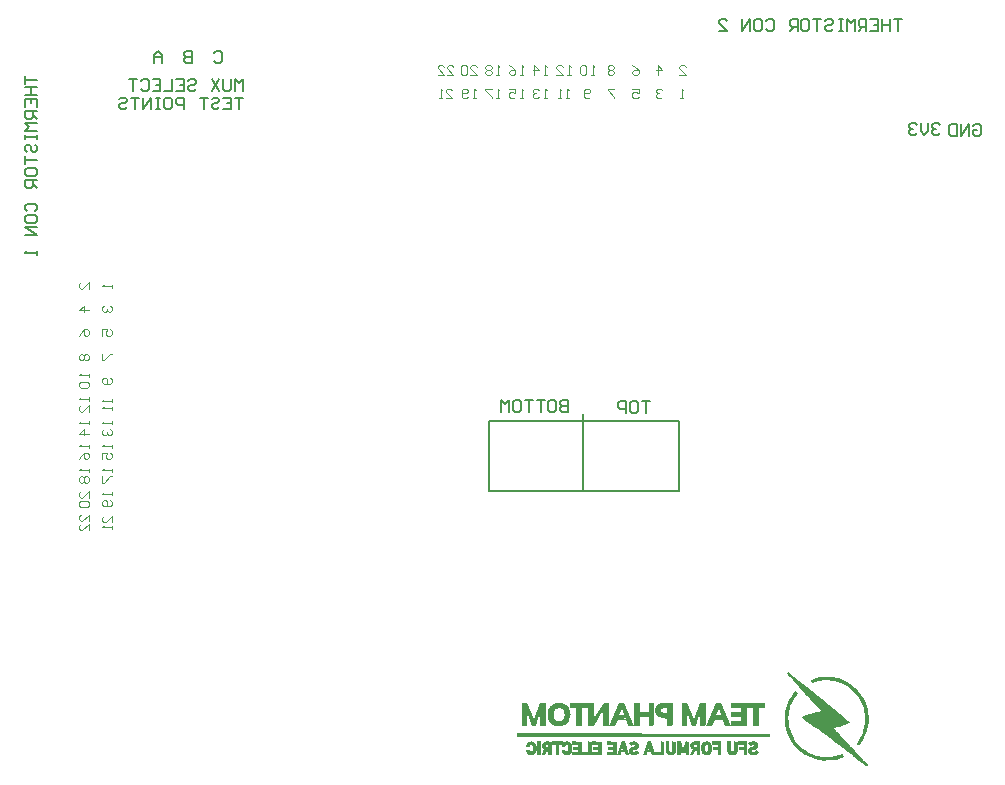
<source format=gbo>
G04*
G04 #@! TF.GenerationSoftware,Altium Limited,Altium Designer,18.1.11 (251)*
G04*
G04 Layer_Color=32896*
%FSLAX25Y25*%
%MOIN*%
G70*
G01*
G75*
%ADD13C,0.00787*%
%ADD14C,0.00591*%
%ADD64C,0.00492*%
G36*
X280607Y87291D02*
X279965Y86970D01*
X278682D01*
Y89944D01*
X275854D01*
Y86970D01*
X273929D01*
Y94581D01*
X275854D01*
Y91665D01*
X278682D01*
Y94581D01*
X280607D01*
Y87291D01*
D02*
G37*
G36*
X265443Y86970D02*
X263548D01*
Y92161D01*
X260370Y86970D01*
X258533D01*
Y94581D01*
X260457D01*
Y89507D01*
X263665Y94581D01*
X265443D01*
Y86970D01*
D02*
G37*
G36*
X297782Y87291D02*
X297140Y86970D01*
X295945D01*
Y91811D01*
X294545Y86970D01*
X293000D01*
X291629Y91811D01*
Y86970D01*
X289792D01*
Y94581D01*
X291600D01*
X293758Y89303D01*
X295886Y94581D01*
X297782D01*
Y87291D01*
D02*
G37*
G36*
X244419Y86970D02*
X242611D01*
Y91811D01*
X241182Y86970D01*
X239666D01*
X238266Y91811D01*
Y86970D01*
X236458D01*
Y94581D01*
X238296D01*
X240395Y89303D01*
X242582Y94581D01*
X244419D01*
Y86970D01*
D02*
G37*
G36*
X317552Y92831D02*
X315540D01*
Y86970D01*
X313616D01*
Y92831D01*
X311575D01*
Y94289D01*
Y94581D01*
X317552D01*
Y92831D01*
D02*
G37*
G36*
X311487Y86970D02*
X306034D01*
X306005Y87042D01*
Y88691D01*
X309592D01*
Y89915D01*
X306209D01*
Y91665D01*
X309563D01*
Y92831D01*
X306063D01*
Y94289D01*
Y94581D01*
X311487D01*
Y86970D01*
D02*
G37*
G36*
X306005Y87042D02*
Y86970D01*
X304168D01*
X302068Y92627D01*
X301310Y90586D01*
X302623D01*
X303147Y88866D01*
X300727D01*
X299940Y86970D01*
X297986D01*
X301135Y94581D01*
X302943D01*
X306005Y87042D01*
D02*
G37*
G36*
X286730Y87291D02*
X286089Y86970D01*
X284806D01*
Y92802D01*
X283377D01*
X283202Y92773D01*
X283056Y92744D01*
X282998Y92715D01*
X282969Y92686D01*
X282881Y92569D01*
X282852Y92423D01*
X282823Y92307D01*
Y92277D01*
Y92248D01*
X282852Y92102D01*
X282881Y91957D01*
X282998Y91752D01*
X283144Y91607D01*
X283173Y91548D01*
X283202D01*
X283348Y91461D01*
X283581Y91373D01*
X284018Y91228D01*
X284252Y91169D01*
X284427Y91140D01*
X284543Y91111D01*
X284602D01*
X284368Y89361D01*
X283698Y89478D01*
X283144Y89624D01*
X282677Y89799D01*
X282298Y89944D01*
X282006Y90119D01*
X281802Y90236D01*
X281686Y90324D01*
X281657Y90353D01*
X281365Y90644D01*
X281161Y90965D01*
X281015Y91286D01*
X280927Y91578D01*
X280840Y91869D01*
X280811Y92073D01*
Y92219D01*
Y92277D01*
X280840Y92656D01*
X280898Y93006D01*
X281015Y93298D01*
X281132Y93531D01*
X281248Y93735D01*
X281365Y93852D01*
X281423Y93939D01*
X281452Y93969D01*
X281715Y94173D01*
X282006Y94318D01*
X282327Y94435D01*
X282619Y94494D01*
X282881Y94552D01*
X283085Y94581D01*
X286730D01*
Y87291D01*
D02*
G37*
G36*
X273725Y86970D02*
X271917Y87116D01*
X271771Y87204D01*
X269730Y92627D01*
X268943Y90586D01*
X270284D01*
X270809Y88866D01*
X268389D01*
X267572Y86970D01*
X265648Y86970D01*
X268797Y94581D01*
X270634D01*
X273725Y86970D01*
D02*
G37*
G36*
X258445Y92831D02*
X256433D01*
Y86970D01*
X254508D01*
Y92831D01*
X252497D01*
Y94289D01*
Y94581D01*
X258445D01*
Y92831D01*
D02*
G37*
G36*
X249493Y94610D02*
X250076Y94494D01*
X250572Y94318D01*
X250980Y94144D01*
X251301Y93939D01*
X251534Y93794D01*
X251651Y93677D01*
X251709Y93619D01*
X252030Y93210D01*
X252263Y92744D01*
X252438Y92277D01*
X252555Y91811D01*
X252613Y91403D01*
X252642Y91082D01*
X252671Y90936D01*
Y90848D01*
Y90790D01*
Y90761D01*
X252351Y90732D01*
X252380Y90061D01*
X252322Y89507D01*
X252205Y89011D01*
X252059Y88603D01*
X251884Y88282D01*
X251738Y88049D01*
X251622Y87932D01*
X251592Y87874D01*
X251184Y87553D01*
X250747Y87320D01*
X250280Y87145D01*
X249843Y87028D01*
X249435Y86970D01*
X249114Y86941D01*
X248997Y86912D01*
X248822D01*
X248152Y86941D01*
X247568Y87058D01*
X247102Y87204D01*
X246694Y87408D01*
X246402Y87583D01*
X246169Y87728D01*
X246023Y87845D01*
X245994Y87874D01*
X245673Y88282D01*
X245440Y88749D01*
X245265Y89215D01*
X245148Y89682D01*
X245090Y90119D01*
X245031Y90440D01*
Y90586D01*
Y90674D01*
Y90732D01*
Y90761D01*
X245061Y91432D01*
X245177Y91986D01*
X245323Y92481D01*
X245498Y92890D01*
X245702Y93210D01*
X245848Y93444D01*
X245965Y93560D01*
X245994Y93619D01*
X246373Y93969D01*
X246839Y94202D01*
X247306Y94377D01*
X247743Y94523D01*
X248181Y94581D01*
X248501Y94610D01*
X248647Y94639D01*
X248822D01*
X249493Y94610D01*
D02*
G37*
G36*
X326184Y104175D02*
X327234Y103417D01*
X327700Y103037D01*
X328167Y102688D01*
X328575Y102367D01*
X328983Y102075D01*
X329333Y101784D01*
X329654Y101521D01*
X329945Y101317D01*
X330179Y101113D01*
X330354Y100967D01*
X330500Y100850D01*
X330587Y100792D01*
X330616Y100763D01*
X331549Y100005D01*
X332453Y99247D01*
X333299Y98576D01*
X333707Y98255D01*
X334086Y97934D01*
X334407Y97672D01*
X334728Y97409D01*
X334990Y97205D01*
X335223Y97001D01*
X335398Y96855D01*
X335544Y96739D01*
X335632Y96680D01*
X335661Y96651D01*
X336594Y95893D01*
X337498Y95135D01*
X338344Y94435D01*
X338752Y94114D01*
X339131Y93823D01*
X339452Y93531D01*
X339772Y93298D01*
X340035Y93065D01*
X340268Y92890D01*
X340443Y92744D01*
X340589Y92627D01*
X340676Y92569D01*
X340705Y92540D01*
X341668Y91752D01*
X342572Y90965D01*
X343476Y90236D01*
X343855Y89857D01*
X344263Y89536D01*
X344613Y89215D01*
X344934Y88924D01*
X345196Y88691D01*
X345429Y88457D01*
X345634Y88282D01*
X345779Y88166D01*
X345867Y88078D01*
X345896Y88049D01*
X345313Y87816D01*
X344759Y87612D01*
X344263Y87437D01*
X343826Y87262D01*
X343505Y87145D01*
X343242Y87058D01*
X343067Y86999D01*
X343009Y86970D01*
X342076Y86708D01*
X341639Y86591D01*
X341230Y86504D01*
X340910Y86416D01*
X340647Y86387D01*
X340472Y86329D01*
X340414D01*
X340064Y86387D01*
X340326Y86212D01*
X340560Y86037D01*
X340764Y85891D01*
X340939Y85746D01*
X341085Y85629D01*
X341172Y85541D01*
X341230Y85483D01*
X341260Y85454D01*
X341580Y85104D01*
X341843Y84812D01*
X341959Y84696D01*
X342047Y84608D01*
X342076Y84550D01*
X342105Y84521D01*
X342543Y84054D01*
X342922Y83646D01*
X343301Y83238D01*
X343592Y82888D01*
X343855Y82596D01*
X344059Y82363D01*
X344176Y82217D01*
X344234Y82159D01*
X345109Y81255D01*
X345517Y80818D01*
X345896Y80438D01*
X346217Y80089D01*
X346450Y79855D01*
X346596Y79680D01*
X346625Y79651D01*
X346654Y79622D01*
X347121Y79155D01*
X347529Y78689D01*
X347937Y78251D01*
X348287Y77902D01*
X348579Y77581D01*
X348812Y77318D01*
X348958Y77172D01*
X349016Y77114D01*
X349453Y76648D01*
X349862Y76210D01*
X350241Y75773D01*
X350591Y75423D01*
X350882Y75131D01*
X351086Y74898D01*
X351232Y74752D01*
X351290Y74694D01*
X351436Y74577D01*
X351582Y74461D01*
X351670Y74373D01*
X351728Y74344D01*
X351786Y74256D01*
X351845Y74169D01*
X351874Y73936D01*
X351845Y73761D01*
Y73732D01*
Y73702D01*
X351757Y73615D01*
X351670Y73557D01*
X351582Y73527D01*
X351495D01*
X351349Y73586D01*
X351290Y73615D01*
X351057Y73761D01*
X350882Y73848D01*
X350795Y73906D01*
X350766Y73936D01*
X349833Y74635D01*
X348987Y75306D01*
X348200Y75919D01*
X347850Y76210D01*
X347529Y76502D01*
X347237Y76735D01*
X346975Y76968D01*
X346771Y77143D01*
X346567Y77318D01*
X346421Y77464D01*
X346304Y77552D01*
X346246Y77610D01*
X346217Y77639D01*
X345284Y78339D01*
X344380Y79039D01*
X343505Y79680D01*
X343126Y79972D01*
X342747Y80234D01*
X342426Y80497D01*
X342105Y80730D01*
X341843Y80934D01*
X341609Y81109D01*
X341435Y81255D01*
X341289Y81342D01*
X341201Y81401D01*
X341172Y81430D01*
X340239Y82159D01*
X339306Y82829D01*
X338460Y83471D01*
X338052Y83792D01*
X337702Y84054D01*
X337352Y84317D01*
X337060Y84550D01*
X336798Y84754D01*
X336565Y84929D01*
X336361Y85075D01*
X336244Y85162D01*
X336157Y85221D01*
X336127Y85250D01*
X335019Y85979D01*
X333969Y86679D01*
X333503Y86999D01*
X333036Y87320D01*
X332599Y87612D01*
X332220Y87903D01*
X331870Y88137D01*
X331549Y88370D01*
X331258Y88574D01*
X331024Y88749D01*
X330849Y88895D01*
X330704Y88982D01*
X330616Y89041D01*
X330587Y89070D01*
X330441Y89186D01*
X330325Y89274D01*
X330266Y89332D01*
X330237Y89361D01*
X330150Y89449D01*
X330062Y89536D01*
X329858Y89799D01*
X329770Y89915D01*
X329683Y90032D01*
X329654Y90090D01*
X329625Y90119D01*
X330354Y90353D01*
X331024Y90557D01*
X331637Y90732D01*
X332162Y90878D01*
X332599Y90994D01*
X332803Y91053D01*
X332949Y91082D01*
X333066Y91140D01*
X333153D01*
X333211Y91169D01*
X333241D01*
X333853Y91315D01*
X334436Y91461D01*
X334961Y91607D01*
X335398Y91723D01*
X335777Y91811D01*
X336069Y91869D01*
X336186Y91898D01*
X336273Y91927D01*
X336332D01*
X335836Y92394D01*
X335340Y92890D01*
X334874Y93356D01*
X334436Y93794D01*
X334086Y94173D01*
X333794Y94494D01*
X333707Y94610D01*
X333620Y94698D01*
X333590Y94727D01*
X333561Y94756D01*
X333007Y95368D01*
X332511Y95922D01*
X332016Y96476D01*
X331578Y96943D01*
X331228Y97351D01*
X330937Y97672D01*
X330849Y97789D01*
X330762Y97876D01*
X330733Y97905D01*
X330704Y97934D01*
X330179Y98518D01*
X329683Y99101D01*
X329187Y99626D01*
X328779Y100092D01*
X328429Y100501D01*
X328137Y100821D01*
X328050Y100938D01*
X327963Y101025D01*
X327933Y101055D01*
X327904Y101084D01*
X327379Y101696D01*
X326854Y102279D01*
X326359Y102833D01*
X325921Y103329D01*
X325542Y103737D01*
X325251Y104058D01*
X325134Y104175D01*
X325046Y104262D01*
X325017Y104320D01*
X324988Y104350D01*
Y104495D01*
X325017Y104583D01*
X325046Y104612D01*
X325076Y104700D01*
Y104816D01*
Y104904D01*
Y104962D01*
X326184Y104175D01*
D02*
G37*
G36*
X318660Y84433D02*
X319127Y84288D01*
Y83384D01*
X234942Y83384D01*
Y84579D01*
X318660Y84433D01*
D02*
G37*
G36*
X251767Y81809D02*
X251884Y81780D01*
X251942D01*
X252117Y81721D01*
X252234Y81663D01*
X252351Y81605D01*
X252380Y81576D01*
X252497Y81488D01*
X252613Y81401D01*
X252701Y81313D01*
X252730Y81284D01*
X252817Y81167D01*
X252905Y81080D01*
X252934Y81022D01*
X252963Y80992D01*
X253021Y80817D01*
X253050Y80759D01*
Y80730D01*
X253080Y80584D01*
X253109Y80555D01*
Y80526D01*
X253138Y80409D01*
Y80263D01*
Y80176D01*
Y80118D01*
Y79943D01*
Y79768D01*
Y79622D01*
Y79593D01*
Y79564D01*
Y79301D01*
Y79097D01*
Y78980D01*
Y78922D01*
Y78776D01*
X253109Y78660D01*
Y78601D01*
Y78572D01*
X253080Y78456D01*
Y78426D01*
Y78397D01*
X253050Y78339D01*
Y78310D01*
Y78281D01*
X253021Y78251D01*
Y78222D01*
X252992Y78164D01*
Y78135D01*
Y78106D01*
X252876Y77960D01*
X252788Y77872D01*
X252730Y77814D01*
X252701Y77785D01*
X252613Y77697D01*
X252497Y77610D01*
X252409Y77522D01*
X252380Y77493D01*
X252234Y77406D01*
X252088Y77347D01*
X251972Y77289D01*
X251942D01*
X251767Y77260D01*
X251592Y77231D01*
X251417D01*
X251213Y77260D01*
X251039Y77289D01*
X250922Y77318D01*
X250864D01*
X250659Y77406D01*
X250484Y77493D01*
X250368Y77552D01*
X250309Y77581D01*
X250164Y77697D01*
X250018Y77843D01*
X249959Y77960D01*
X249930Y77989D01*
X249843Y78222D01*
X249755Y78456D01*
X249726Y78630D01*
X249697Y78660D01*
Y78689D01*
Y78980D01*
X250864D01*
X250980Y78747D01*
X251068Y78601D01*
X251126Y78543D01*
X251155Y78514D01*
X251243Y78456D01*
X251330Y78426D01*
X251534D01*
X251563Y78456D01*
X251592Y78485D01*
X251651Y78514D01*
X251709D01*
X251738Y78543D01*
X251797Y78601D01*
X251826Y78630D01*
Y78660D01*
X251855Y78689D01*
Y78747D01*
X251884Y78776D01*
X251913Y78980D01*
Y79039D01*
Y79068D01*
Y79243D01*
Y79389D01*
Y79505D01*
Y79564D01*
Y79738D01*
Y79884D01*
Y79972D01*
Y80001D01*
Y80118D01*
X251884Y80205D01*
Y80234D01*
X251855Y80351D01*
Y80380D01*
X251826Y80438D01*
X251767Y80497D01*
X251738Y80526D01*
X251651Y80584D01*
X251622Y80613D01*
X251563D01*
X251447Y80642D01*
X251330D01*
X251301Y80613D01*
X251213Y80584D01*
X251184D01*
X251155Y80555D01*
X251068Y80467D01*
X251039Y80438D01*
Y80409D01*
X250980Y80322D01*
X250951Y80205D01*
X250922Y80118D01*
Y80059D01*
X249697D01*
X249726Y80293D01*
X249755Y80497D01*
X249814Y80642D01*
X249833Y80721D01*
X248968Y80801D01*
Y77260D01*
X247714D01*
Y80701D01*
X246635D01*
Y81809D01*
X250047D01*
Y81211D01*
X249989Y81138D01*
X249901Y80963D01*
X249872Y80905D01*
Y80847D01*
X249843Y80759D01*
X249833Y80721D01*
X250047Y80701D01*
Y81211D01*
X250105Y81284D01*
X250193Y81371D01*
X250222Y81401D01*
X250426Y81576D01*
X250601Y81663D01*
X250747Y81721D01*
X250776Y81751D01*
X250805D01*
X251009Y81809D01*
X251213Y81838D01*
X251622D01*
X251767Y81809D01*
D02*
G37*
G36*
X339277Y103358D02*
X340035Y103271D01*
X340705Y103154D01*
X341026Y103096D01*
X341289Y103037D01*
X341522Y102979D01*
X341726Y102950D01*
X341901Y102892D01*
X342018Y102862D01*
X342076Y102833D01*
X342105D01*
X342893Y102571D01*
X343651Y102250D01*
X344321Y101929D01*
X344934Y101638D01*
X345196Y101492D01*
X345429Y101346D01*
X345634Y101230D01*
X345809Y101113D01*
X345954Y101025D01*
X346042Y100967D01*
X346100Y100938D01*
X346129Y100909D01*
X346829Y100355D01*
X347471Y99742D01*
X348054Y99130D01*
X348550Y98576D01*
X348958Y98051D01*
X349133Y97818D01*
X349278Y97643D01*
X349395Y97468D01*
X349483Y97351D01*
X349512Y97293D01*
X349541Y97264D01*
X350008Y96622D01*
X350387Y95981D01*
X350736Y95368D01*
X350999Y94785D01*
X351203Y94289D01*
X351290Y94056D01*
X351349Y93881D01*
X351407Y93735D01*
X351436Y93619D01*
X351466Y93560D01*
Y93531D01*
X351699Y92686D01*
X351874Y91840D01*
X351961Y91053D01*
X352049Y90353D01*
X352078Y90061D01*
Y89770D01*
X352107Y89536D01*
Y89332D01*
Y89157D01*
Y89041D01*
Y88953D01*
Y88924D01*
X352049Y88078D01*
X351932Y87291D01*
X351786Y86562D01*
X351611Y85921D01*
X351553Y85629D01*
X351466Y85396D01*
X351407Y85162D01*
X351320Y84987D01*
X351290Y84842D01*
X351232Y84725D01*
X351203Y84667D01*
Y84637D01*
X350882Y83792D01*
X350532Y83034D01*
X350153Y82363D01*
X349774Y81780D01*
X349628Y81517D01*
X349453Y81284D01*
X349308Y81109D01*
X349191Y80934D01*
X349103Y80818D01*
X349016Y80730D01*
X348987Y80672D01*
X348958Y80642D01*
X348375Y80526D01*
X347820Y81022D01*
X348345Y81721D01*
X348783Y82363D01*
X349162Y82946D01*
X349453Y83471D01*
X349687Y83908D01*
X349803Y84083D01*
X349862Y84229D01*
X349920Y84346D01*
X349978Y84433D01*
X350008Y84462D01*
Y84492D01*
X350270Y85366D01*
X350445Y86212D01*
X350620Y86970D01*
X350707Y87641D01*
X350766Y87932D01*
X350795Y88195D01*
Y88399D01*
X350824Y88603D01*
X350853Y88749D01*
Y88866D01*
Y88924D01*
Y88953D01*
Y89711D01*
X350795Y90469D01*
X350707Y91140D01*
X350620Y91752D01*
X350591Y92015D01*
X350532Y92248D01*
X350474Y92452D01*
X350445Y92627D01*
X350416Y92773D01*
X350387Y92890D01*
X350357Y92948D01*
Y92977D01*
X350095Y93735D01*
X349833Y94464D01*
X349541Y95077D01*
X349278Y95660D01*
X349045Y96097D01*
X348929Y96301D01*
X348841Y96447D01*
X348754Y96564D01*
X348725Y96651D01*
X348666Y96710D01*
Y96739D01*
X348112Y97439D01*
X347529Y98051D01*
X346975Y98576D01*
X346479Y99013D01*
X346071Y99392D01*
X345867Y99538D01*
X345721Y99655D01*
X345604Y99742D01*
X345517Y99801D01*
X345459Y99859D01*
X345429D01*
X344788Y100267D01*
X344117Y100646D01*
X343505Y100938D01*
X342922Y101200D01*
X342455Y101404D01*
X342251Y101463D01*
X342076Y101521D01*
X341930Y101579D01*
X341813Y101609D01*
X341755Y101638D01*
X341726D01*
X340968Y101842D01*
X340239Y101988D01*
X339539Y102075D01*
X338927Y102133D01*
X338635Y102163D01*
X338373Y102192D01*
X337614D01*
X336798Y102133D01*
X336011Y102046D01*
X335253Y101900D01*
X334582Y101725D01*
X334290Y101667D01*
X333999Y101579D01*
X333765Y101521D01*
X333561Y101434D01*
X333386Y101404D01*
X333270Y101346D01*
X333182Y101317D01*
X333153D01*
X332803Y102367D01*
X333707Y102688D01*
X334553Y102921D01*
X335369Y103125D01*
X336098Y103242D01*
X336390Y103271D01*
X336681Y103329D01*
X336944Y103358D01*
X337148D01*
X337323Y103387D01*
X338431D01*
X339277Y103358D01*
D02*
G37*
G36*
X291804Y81663D02*
X292300Y81517D01*
Y77260D01*
X291046D01*
Y78559D01*
X290725Y77814D01*
X289792D01*
X289500Y78491D01*
Y77260D01*
X288247D01*
Y81809D01*
X289355D01*
X290259Y79272D01*
X291192Y81809D01*
X291804Y81663D01*
D02*
G37*
G36*
X307901D02*
X308396Y81517D01*
Y78893D01*
X308367Y78630D01*
X308338Y78426D01*
X308309Y78281D01*
X308280Y78222D01*
X308163Y78018D01*
X308046Y77843D01*
X307930Y77727D01*
X307901Y77697D01*
X307696Y77522D01*
X307492Y77406D01*
X307376Y77347D01*
X307317Y77318D01*
X307084Y77260D01*
X306880Y77231D01*
X306647D01*
X306384Y77260D01*
X306180Y77289D01*
X306034Y77318D01*
X305976D01*
X305743Y77435D01*
X305568Y77552D01*
X305451Y77639D01*
X305422Y77668D01*
X305276Y77872D01*
X305159Y78047D01*
X305101Y78164D01*
X305072Y78222D01*
X304984Y78456D01*
X304955Y78689D01*
X304926Y78835D01*
Y78864D01*
Y78893D01*
Y81809D01*
X306151D01*
Y78980D01*
X306180Y78805D01*
X306209Y78747D01*
Y78718D01*
X306267Y78601D01*
X306297Y78572D01*
X306326D01*
X306413Y78485D01*
X306442Y78456D01*
X306472D01*
X306588Y78426D01*
X306734D01*
X306792Y78456D01*
X306851D01*
X306938Y78514D01*
X306967Y78572D01*
X306996D01*
X307084Y78660D01*
X307113Y78718D01*
X307142Y78805D01*
Y78893D01*
Y78951D01*
Y78980D01*
Y81809D01*
X307901Y81663D01*
D02*
G37*
G36*
X287372D02*
X287867Y81517D01*
Y78893D01*
X287838Y78630D01*
X287809Y78426D01*
X287780Y78281D01*
X287751Y78222D01*
X287634Y78018D01*
X287518Y77843D01*
X287401Y77727D01*
X287372Y77697D01*
X287168Y77522D01*
X286964Y77406D01*
X286847Y77347D01*
X286789Y77318D01*
X286555Y77260D01*
X286351Y77231D01*
X286118D01*
X285856Y77260D01*
X285651Y77289D01*
X285506Y77318D01*
X285447D01*
X285214Y77435D01*
X285039Y77552D01*
X284922Y77639D01*
X284893Y77668D01*
X284747Y77872D01*
X284602Y78047D01*
X284543Y78164D01*
X284514Y78222D01*
X284427Y78456D01*
X284398Y78689D01*
X284368Y78835D01*
Y78864D01*
Y78893D01*
Y81809D01*
X285622D01*
Y78980D01*
X285651Y78805D01*
X285681Y78747D01*
Y78718D01*
X285739Y78601D01*
X285768Y78572D01*
X285797Y78543D01*
X285885Y78485D01*
X285914Y78456D01*
X285943D01*
X286060Y78426D01*
X286205D01*
X286264Y78456D01*
X286322D01*
X286409Y78514D01*
X286439Y78572D01*
X286468D01*
X286555Y78660D01*
X286584Y78718D01*
X286614Y78805D01*
Y78893D01*
Y78951D01*
Y78980D01*
Y81809D01*
X287372Y81663D01*
D02*
G37*
G36*
X239929Y81809D02*
X240045Y81780D01*
X240104D01*
X240278Y81721D01*
X240453Y81634D01*
X240570Y81576D01*
X240628Y81546D01*
X240774Y81401D01*
X240832Y81342D01*
X240862Y81313D01*
X241037Y81109D01*
X241095Y81022D01*
X241124Y80992D01*
X241182Y80847D01*
X241212Y80788D01*
Y80759D01*
X241270Y80613D01*
Y80555D01*
Y80526D01*
X241299Y80409D01*
Y80293D01*
X241328Y80205D01*
Y80147D01*
Y79972D01*
Y79768D01*
Y79622D01*
Y79593D01*
Y79564D01*
Y79301D01*
Y79097D01*
Y78980D01*
Y78922D01*
X241299Y78747D01*
Y78660D01*
X241270Y78601D01*
Y78572D01*
X241241Y78456D01*
Y78426D01*
Y78397D01*
X241212Y78339D01*
Y78310D01*
Y78281D01*
X241182Y78251D01*
Y78222D01*
X241124Y78106D01*
X241095Y78076D01*
Y78047D01*
X240949Y77872D01*
X240891Y77814D01*
Y77785D01*
X240774Y77697D01*
X240657Y77581D01*
X240570Y77493D01*
X240541Y77464D01*
X240366Y77377D01*
X240220Y77347D01*
X240133Y77289D01*
X240104D01*
X239929Y77260D01*
X239754Y77231D01*
X239579D01*
X239345Y77260D01*
X239170Y77289D01*
X239054Y77318D01*
X238995D01*
X238820Y77406D01*
X238646Y77464D01*
X238529Y77522D01*
X238500Y77552D01*
X238354Y77697D01*
X238208Y77843D01*
X238150Y77960D01*
X238121Y77989D01*
X238004Y78222D01*
X237946Y78426D01*
X237887Y78630D01*
X237858Y78660D01*
Y78689D01*
Y78980D01*
X239054D01*
X239170Y78747D01*
X239258Y78601D01*
X239316Y78543D01*
X239345Y78514D01*
X239404Y78456D01*
X239491Y78426D01*
X239695D01*
X239754Y78456D01*
X239783Y78485D01*
X239841Y78514D01*
X239870Y78543D01*
X239929Y78601D01*
X239958Y78630D01*
X239987Y78660D01*
X240016D01*
Y78747D01*
Y78776D01*
X240045Y78980D01*
X240074Y79039D01*
Y79068D01*
Y79214D01*
Y79359D01*
Y79505D01*
Y79564D01*
Y79768D01*
Y79914D01*
Y80001D01*
Y80030D01*
X240045Y80205D01*
X240016Y80263D01*
Y80293D01*
Y80351D01*
Y80380D01*
X239987Y80409D01*
X239958Y80438D01*
X239899Y80497D01*
X239870Y80526D01*
X239812Y80584D01*
X239783Y80613D01*
X239724D01*
X239637Y80642D01*
X239520D01*
X239491Y80613D01*
X239462D01*
X239316Y80584D01*
X239287Y80555D01*
X239229Y80467D01*
X239199Y80438D01*
X239170Y80351D01*
X239141Y80234D01*
X239083Y80118D01*
Y80088D01*
Y80059D01*
X237858D01*
X237887Y80293D01*
X237916Y80497D01*
X237946Y80642D01*
X237975Y80788D01*
X238004Y80876D01*
X238033Y80934D01*
X238062Y80992D01*
X238179Y81167D01*
X238296Y81284D01*
X238383Y81371D01*
X238412Y81401D01*
X238587Y81546D01*
X238762Y81663D01*
X238879Y81692D01*
X238937Y81721D01*
X239170Y81780D01*
X239374Y81838D01*
X239783D01*
X239929Y81809D01*
D02*
G37*
G36*
X283494Y81663D02*
X283960Y81517D01*
Y77260D01*
X281015D01*
X280782Y77947D01*
Y77260D01*
X279819D01*
X279528Y78135D01*
X278238Y78266D01*
X278186Y77260D01*
X276991D01*
X278536Y81809D01*
X279469D01*
X280782Y77947D01*
Y78426D01*
X282765D01*
Y81809D01*
X283494Y81663D01*
D02*
G37*
G36*
X311604Y77260D02*
X310350D01*
Y78951D01*
X308688D01*
Y80089D01*
X310350D01*
Y80642D01*
X308425D01*
Y81809D01*
X311604D01*
Y77260D01*
D02*
G37*
G36*
X302914D02*
X301660D01*
Y78951D01*
X299998D01*
Y80089D01*
X301660D01*
Y80642D01*
X299736D01*
Y81809D01*
X302914D01*
Y77260D01*
D02*
G37*
G36*
X295974D02*
X294720D01*
Y78951D01*
X294458D01*
X293641Y77260D01*
X292417D01*
X293350Y79155D01*
X293145Y79243D01*
X292971Y79389D01*
X292854Y79505D01*
X292825Y79564D01*
X292679Y79855D01*
X292592Y80118D01*
X292562Y80234D01*
Y80322D01*
Y80380D01*
Y80409D01*
X292592Y80642D01*
X292650Y80847D01*
X292679Y80963D01*
X292708Y81022D01*
X292825Y81196D01*
X292941Y81371D01*
X293029Y81488D01*
X293087Y81517D01*
X293233Y81605D01*
X293408Y81663D01*
X293495Y81721D01*
X293554D01*
X293729Y81780D01*
X293904Y81809D01*
X295974D01*
Y77260D01*
D02*
G37*
G36*
X272238D02*
X271042D01*
X270751Y78135D01*
X269461Y78266D01*
X269409Y77260D01*
X268214D01*
X269759Y81809D01*
X270692D01*
X272238Y77260D01*
D02*
G37*
G36*
X267689Y81663D02*
X268155Y81517D01*
Y77260D01*
X264977Y77260D01*
Y78426D01*
X266931Y78426D01*
Y78980D01*
X265269Y78980D01*
Y80118D01*
X266931Y80118D01*
Y80642D01*
X264977Y80642D01*
Y81809D01*
X267689Y81663D01*
D02*
G37*
G36*
X262673Y81663D02*
X263169Y81517D01*
Y77260D01*
X259991D01*
Y78426D01*
X261915D01*
Y78980D01*
X260253D01*
Y80118D01*
X261915D01*
Y80642D01*
X259991D01*
Y81809D01*
X262673Y81663D01*
D02*
G37*
G36*
X259291D02*
X259787Y81517D01*
Y77260D01*
X256608D01*
Y78426D01*
X258533D01*
Y81809D01*
X259291Y81663D01*
D02*
G37*
G36*
X255937D02*
X256404Y81517D01*
Y77260D01*
X253225D01*
Y78426D01*
X255150D01*
Y78980D01*
X253488D01*
Y80118D01*
X255150D01*
Y80642D01*
X253225D01*
Y81809D01*
X255937Y81663D01*
D02*
G37*
G36*
X246081D02*
X246577Y81517D01*
Y77260D01*
X245323D01*
Y78951D01*
X245090D01*
X244244Y77260D01*
X243049D01*
X243953Y79155D01*
X243778Y79243D01*
X243603Y79389D01*
X243486Y79505D01*
X243457Y79564D01*
X243311Y79855D01*
X243224Y80147D01*
X243194Y80263D01*
Y80351D01*
Y80409D01*
Y80438D01*
X243224Y80672D01*
X243253Y80847D01*
X243311Y80963D01*
X243340Y81022D01*
X243457Y81196D01*
X243544Y81371D01*
X243661Y81488D01*
X243690Y81517D01*
X243836Y81605D01*
X244011Y81663D01*
X244098Y81721D01*
X244157D01*
X244332Y81780D01*
X244507Y81809D01*
X244711D01*
X246081Y81663D01*
D02*
G37*
G36*
X242903Y77260D02*
X241649D01*
Y81809D01*
X242903D01*
Y77260D01*
D02*
G37*
G36*
X314053Y81809D02*
X314199Y81780D01*
X314228Y81751D01*
X314257D01*
X314461Y81663D01*
X314636Y81546D01*
X314753Y81459D01*
X314782Y81430D01*
X314928Y81284D01*
X315016Y81138D01*
X315074Y81051D01*
X315103Y80992D01*
X315161Y80788D01*
X315191Y80613D01*
X315220Y80467D01*
Y80438D01*
Y80409D01*
X315191Y80205D01*
X315161Y80030D01*
X315132Y79914D01*
Y79884D01*
X315045Y79738D01*
X314928Y79564D01*
X314870Y79476D01*
X314841Y79418D01*
X314695Y79301D01*
X314578Y79214D01*
X314461Y79155D01*
X314432Y79126D01*
X314228Y79068D01*
X314053Y79009D01*
X313937Y78980D01*
X313878D01*
X313674Y78951D01*
X313616Y78922D01*
X313353D01*
X313266Y78893D01*
X313208Y78835D01*
X313149Y78805D01*
X313091Y78718D01*
Y78689D01*
Y78601D01*
X313120Y78543D01*
X313149Y78485D01*
X313178D01*
X313237Y78426D01*
X313412Y78281D01*
X313383Y78310D01*
X313324Y78368D01*
X313237Y78426D01*
X313616D01*
X313762Y78456D01*
X313878D01*
X314024Y78485D01*
X314082D01*
X314257Y78572D01*
X314461Y78718D01*
X314636Y78805D01*
X314666Y78864D01*
X314695D01*
X315424Y78047D01*
X315249Y77872D01*
X315074Y77727D01*
X314928Y77610D01*
X314782Y77522D01*
X314666Y77464D01*
X314578Y77406D01*
X314549Y77377D01*
X314520D01*
X314170Y77289D01*
X313878Y77260D01*
X313733Y77231D01*
X313558D01*
X313266Y77260D01*
X313033Y77289D01*
X312828Y77347D01*
X312653Y77406D01*
X312508Y77464D01*
X312420Y77522D01*
X312362Y77581D01*
X312333D01*
X312187Y77727D01*
X312070Y77931D01*
X311983Y78106D01*
X311925Y78310D01*
X311895Y78485D01*
X311866Y78630D01*
Y78718D01*
Y78747D01*
Y78893D01*
X311895Y79009D01*
X311925Y79126D01*
X311954Y79155D01*
X312012Y79330D01*
X312100Y79476D01*
X312158Y79593D01*
X312187Y79622D01*
X312333Y79768D01*
X312479Y79855D01*
X312566Y79914D01*
X312624Y79943D01*
X312828Y80030D01*
X313033Y80089D01*
X313208Y80118D01*
X313499D01*
X313587Y80147D01*
X313616Y80176D01*
X313703Y80205D01*
X313820D01*
X313878Y80234D01*
X313937Y80322D01*
X313966Y80351D01*
Y80380D01*
Y80409D01*
X313937Y80467D01*
Y80497D01*
X313907Y80555D01*
X313791Y80613D01*
X313762D01*
X313703Y80642D01*
X313499D01*
X313353Y80613D01*
X313237Y80584D01*
X313208Y80555D01*
X313003Y80497D01*
X312770Y80409D01*
X312595Y80351D01*
X312566Y80322D01*
X312537D01*
X311983Y81226D01*
X312304Y81459D01*
X312566Y81605D01*
X312741Y81692D01*
X312770Y81721D01*
X312799D01*
X313062Y81780D01*
X313324Y81838D01*
X313849D01*
X314053Y81809D01*
D02*
G37*
G36*
X298394D02*
X298511Y81780D01*
X298569D01*
X298744Y81721D01*
X298861Y81663D01*
X298977Y81605D01*
X299007Y81576D01*
X299123Y81488D01*
X299240Y81401D01*
X299327Y81313D01*
X299357Y81284D01*
X299444Y81167D01*
X299502Y81080D01*
X299561Y81022D01*
Y80992D01*
X299648Y80817D01*
X299677Y80759D01*
Y80730D01*
X299707Y80584D01*
X299736Y80555D01*
Y80526D01*
Y80380D01*
Y80263D01*
X299765Y80147D01*
Y80118D01*
Y79943D01*
Y79768D01*
Y79622D01*
Y79593D01*
Y79564D01*
Y79301D01*
Y79126D01*
Y78980D01*
Y78951D01*
X299736Y78776D01*
Y78660D01*
Y78572D01*
Y78543D01*
X299707Y78456D01*
Y78426D01*
X299677Y78397D01*
Y78339D01*
Y78310D01*
Y78281D01*
X299619Y78193D01*
Y78164D01*
X299590D01*
Y78135D01*
X299561Y78106D01*
Y78076D01*
X299415Y77872D01*
X299386Y77814D01*
X299357Y77785D01*
X299123Y77581D01*
X299036Y77522D01*
X299007Y77493D01*
X298832Y77406D01*
X298686Y77347D01*
X298598Y77289D01*
X298569D01*
X298394Y77260D01*
X298219Y77231D01*
X297840D01*
X297665Y77260D01*
X297549Y77289D01*
X297519D01*
X297344Y77347D01*
X297199Y77406D01*
X297082Y77464D01*
X297053Y77493D01*
X296936Y77610D01*
X296820Y77697D01*
X296761Y77756D01*
X296732Y77785D01*
X296645Y77901D01*
X296586Y77989D01*
X296528Y78047D01*
Y78076D01*
X296441Y78222D01*
X296411Y78281D01*
Y78310D01*
X296353Y78485D01*
X296324Y78543D01*
Y78572D01*
Y78747D01*
Y78893D01*
Y78980D01*
Y79009D01*
X296295Y79185D01*
Y79389D01*
Y79505D01*
Y79564D01*
Y79738D01*
Y79914D01*
X296324Y80030D01*
Y80059D01*
Y80234D01*
Y80380D01*
Y80467D01*
Y80497D01*
X296382Y80672D01*
X296411Y80701D01*
Y80730D01*
X296470Y80905D01*
X296499Y80963D01*
Y80992D01*
X296645Y81196D01*
X296703Y81255D01*
X296732Y81284D01*
X296849Y81401D01*
X296936Y81488D01*
X297024Y81517D01*
X297053Y81546D01*
X297199Y81663D01*
X297374Y81721D01*
X297461Y81780D01*
X297519D01*
X297694Y81809D01*
X297869Y81838D01*
X298249D01*
X298394Y81809D01*
D02*
G37*
G36*
X274279D02*
X274425Y81780D01*
X274483Y81751D01*
X274687Y81663D01*
X274833Y81576D01*
X274950Y81488D01*
X274979Y81459D01*
X275154Y81313D01*
X275270Y81138D01*
X275329Y81051D01*
X275358Y80992D01*
X275416Y80788D01*
X275445Y80613D01*
Y80467D01*
Y80438D01*
Y80409D01*
X275416Y80205D01*
X275387Y80059D01*
X275358Y79943D01*
Y79884D01*
X275270Y79709D01*
X275183Y79593D01*
X275096Y79476D01*
X275066Y79447D01*
X274950Y79330D01*
X274833Y79214D01*
X274716Y79155D01*
X274687Y79126D01*
X274483Y79068D01*
X274308Y79009D01*
X274191Y78980D01*
X274133D01*
X273958Y78951D01*
X273900Y78922D01*
X273579D01*
X273492Y78893D01*
X273433Y78835D01*
X273404Y78805D01*
X273346Y78747D01*
Y78718D01*
Y78689D01*
Y78601D01*
X273375Y78543D01*
X273404Y78485D01*
X273433D01*
X273492Y78426D01*
X273667Y78281D01*
X273638Y78310D01*
X273579Y78368D01*
X273492Y78426D01*
X273871D01*
X274017Y78456D01*
X274133D01*
X274279Y78485D01*
X274308D01*
X274483Y78572D01*
X274716Y78718D01*
X274891Y78805D01*
X274921Y78864D01*
X274950D01*
X275649Y78047D01*
X275475Y77872D01*
X275329Y77727D01*
X275154Y77610D01*
X275037Y77522D01*
X274921Y77464D01*
X274833Y77406D01*
X274804Y77377D01*
X274775D01*
X274425Y77289D01*
X274133Y77260D01*
X273987Y77231D01*
X273812D01*
X273521Y77260D01*
X273258Y77289D01*
X273054Y77347D01*
X272879Y77406D01*
X272733Y77464D01*
X272646Y77522D01*
X272588Y77581D01*
X272559D01*
X272413Y77727D01*
X272296Y77901D01*
X272238Y78106D01*
X272180Y78281D01*
X272150Y78426D01*
X272121Y78572D01*
Y78660D01*
Y78689D01*
Y78864D01*
X272150Y79009D01*
X272180Y79126D01*
X272209Y79155D01*
X272267Y79330D01*
X272354Y79476D01*
X272413Y79593D01*
X272442Y79622D01*
X272588Y79768D01*
X272733Y79855D01*
X272821Y79914D01*
X272879Y79943D01*
X273083Y80030D01*
X273288Y80089D01*
X273463Y80118D01*
X273725D01*
X273842Y80147D01*
X273871Y80176D01*
X273958Y80205D01*
X274075D01*
X274133Y80234D01*
X274162Y80293D01*
X274191Y80322D01*
Y80380D01*
Y80409D01*
Y80467D01*
Y80497D01*
X274162Y80555D01*
X274046Y80613D01*
X274017D01*
X273929Y80642D01*
X273754D01*
X273608Y80613D01*
X273492Y80584D01*
X273463Y80555D01*
X273258Y80497D01*
X273025Y80409D01*
X272850Y80351D01*
X272821Y80322D01*
X272792D01*
X272238Y81226D01*
X272559Y81459D01*
X272821Y81605D01*
X272996Y81692D01*
X273025Y81721D01*
X273054D01*
X273317Y81780D01*
X273550Y81838D01*
X274075D01*
X274279Y81809D01*
D02*
G37*
G36*
X328575Y98051D02*
X328021Y97351D01*
X327525Y96651D01*
X327117Y95981D01*
X326796Y95398D01*
X326534Y94873D01*
X326417Y94669D01*
X326330Y94494D01*
X326271Y94348D01*
X326213Y94231D01*
X326184Y94173D01*
Y94144D01*
X325921Y93385D01*
X325717Y92656D01*
X325571Y91957D01*
X325455Y91344D01*
X325396Y91053D01*
X325367Y90790D01*
X325338Y90586D01*
Y90382D01*
X325309Y90236D01*
Y90119D01*
Y90061D01*
Y90032D01*
Y89274D01*
X325338Y88516D01*
X325396Y87845D01*
X325484Y87204D01*
X325542Y86941D01*
X325601Y86708D01*
X325630Y86475D01*
X325688Y86300D01*
X325717Y86154D01*
X325746Y86037D01*
X325776Y85979D01*
Y85950D01*
X326038Y85133D01*
X326359Y84346D01*
X326679Y83617D01*
X327029Y82975D01*
X327175Y82684D01*
X327321Y82421D01*
X327438Y82188D01*
X327554Y81984D01*
X327642Y81838D01*
X327729Y81721D01*
X327758Y81663D01*
X327788Y81634D01*
X328283Y81080D01*
X328779Y80555D01*
X329275Y80089D01*
X329770Y79709D01*
X330179Y79360D01*
X330500Y79126D01*
X330616Y79039D01*
X330704Y78980D01*
X330762Y78922D01*
X330791D01*
X331462Y78485D01*
X332162Y78076D01*
X332803Y77756D01*
X333386Y77522D01*
X333911Y77318D01*
X334115Y77231D01*
X334290Y77172D01*
X334436Y77114D01*
X334553Y77085D01*
X334611Y77056D01*
X334640D01*
X335398Y76881D01*
X336127Y76764D01*
X336827Y76677D01*
X337469Y76618D01*
X338781D01*
X339597Y76706D01*
X340414Y76823D01*
X341172Y76998D01*
X341872Y77202D01*
X342163Y77289D01*
X342455Y77377D01*
X342718Y77435D01*
X342922Y77522D01*
X343097Y77581D01*
X343213Y77639D01*
X343301Y77668D01*
X343330D01*
X343709Y76618D01*
X343155Y76385D01*
X342630Y76181D01*
X342163Y76006D01*
X341726Y75889D01*
X341376Y75773D01*
X341085Y75714D01*
X340910Y75685D01*
X340880Y75656D01*
X340851D01*
X340326Y75569D01*
X339802Y75539D01*
X339306Y75510D01*
X338169D01*
X338052Y75539D01*
X337906D01*
X337760Y75394D01*
X337235Y75423D01*
X336973D01*
X336711Y75452D01*
X336506Y75481D01*
X336332D01*
X336215Y75510D01*
X336186D01*
X335515Y75627D01*
X335194Y75685D01*
X334932Y75744D01*
X334699Y75802D01*
X334494Y75860D01*
X334378Y75889D01*
X334349D01*
X333503Y76152D01*
X332716Y76473D01*
X331987Y76823D01*
X331345Y77143D01*
X331053Y77289D01*
X330820Y77435D01*
X330587Y77552D01*
X330412Y77668D01*
X330266Y77785D01*
X330150Y77843D01*
X330091Y77872D01*
X330062Y77902D01*
X329333Y78426D01*
X328692Y79009D01*
X328108Y79534D01*
X327613Y80059D01*
X327234Y80526D01*
X327059Y80701D01*
X326942Y80876D01*
X326825Y81022D01*
X326738Y81109D01*
X326709Y81167D01*
X326679Y81196D01*
X326184Y81955D01*
X325776Y82684D01*
X325426Y83413D01*
X325134Y84054D01*
X325017Y84346D01*
X324930Y84637D01*
X324842Y84871D01*
X324755Y85075D01*
X324697Y85221D01*
X324668Y85366D01*
X324638Y85425D01*
Y85454D01*
X324405Y86329D01*
X324259Y87174D01*
X324143Y87962D01*
X324084Y88691D01*
Y88982D01*
Y89274D01*
Y89536D01*
Y89740D01*
Y89915D01*
Y90032D01*
Y90119D01*
Y90149D01*
X324172Y91023D01*
X324288Y91869D01*
X324463Y92627D01*
X324638Y93327D01*
X324726Y93619D01*
X324813Y93881D01*
X324901Y94114D01*
X324959Y94318D01*
X325017Y94494D01*
X325076Y94610D01*
X325105Y94669D01*
Y94698D01*
X325455Y95514D01*
X325892Y96272D01*
X326330Y96943D01*
X326738Y97555D01*
X326942Y97818D01*
X327117Y98080D01*
X327292Y98284D01*
X327438Y98459D01*
X327554Y98605D01*
X327642Y98693D01*
X327700Y98751D01*
X327729Y98780D01*
X328575Y98051D01*
D02*
G37*
%LPC*%
G36*
X248968Y92861D02*
X248822D01*
X248501Y92831D01*
X248239Y92773D01*
X248006Y92715D01*
X247802Y92627D01*
X247656Y92511D01*
X247568Y92452D01*
X247510Y92394D01*
X247481Y92365D01*
X247335Y92161D01*
X247218Y91898D01*
X247131Y91636D01*
X247073Y91403D01*
X247044Y91169D01*
X247014Y90965D01*
Y90848D01*
Y90790D01*
X247044Y90411D01*
X247073Y90061D01*
X247160Y89799D01*
X247248Y89565D01*
X247335Y89390D01*
X247393Y89245D01*
X247452Y89186D01*
X247481Y89157D01*
X247656Y88982D01*
X247860Y88866D01*
X248093Y88749D01*
X248327Y88691D01*
X248501Y88661D01*
X248676Y88632D01*
X248822D01*
X249143Y88661D01*
X249435Y88720D01*
X249668Y88807D01*
X249872Y88895D01*
X250018Y88982D01*
X250134Y89070D01*
X250193Y89128D01*
X250222Y89157D01*
X250368Y89390D01*
X250484Y89624D01*
X250543Y89915D01*
X250601Y90178D01*
X250630Y90411D01*
X250659Y90615D01*
Y90732D01*
Y90790D01*
X250630Y91169D01*
X250601Y91490D01*
X250514Y91752D01*
X250426Y91986D01*
X250368Y92161D01*
X250280Y92277D01*
X250251Y92336D01*
X250222Y92365D01*
X250018Y92540D01*
X249814Y92656D01*
X249581Y92744D01*
X249347Y92802D01*
X249143Y92831D01*
X248968Y92861D01*
D02*
G37*
G36*
X278795Y79272D02*
X278099D01*
X278741Y78980D01*
X278795Y79272D01*
D02*
G37*
G36*
X294720Y80701D02*
X293991D01*
X293962Y80672D01*
X293904Y80642D01*
X293875D01*
X293816Y80613D01*
X293787Y80584D01*
Y80555D01*
X293758Y80497D01*
Y80467D01*
Y80438D01*
Y80322D01*
X293787Y80293D01*
X293845Y80205D01*
X293875Y80176D01*
Y80147D01*
X293933Y80118D01*
X293962Y80089D01*
X294108D01*
X294720Y79975D01*
Y80701D01*
D02*
G37*
G36*
X270018Y79272D02*
X269322D01*
X269963Y78980D01*
X270018Y79272D01*
D02*
G37*
G36*
X245323Y80701D02*
X244594D01*
X244565Y80672D01*
X244507Y80642D01*
X244478D01*
X244448Y80584D01*
X244419Y80555D01*
X244390Y80497D01*
Y80467D01*
Y80438D01*
Y80322D01*
X244419Y80263D01*
Y80205D01*
X244448Y80176D01*
X244536Y80118D01*
X244565Y80088D01*
X244740D01*
X245323Y79976D01*
Y80701D01*
D02*
G37*
G36*
X298044Y80642D02*
X297957D01*
X297928Y80613D01*
X297840D01*
X297782Y80555D01*
X297753Y80526D01*
X297724Y80497D01*
X297694Y80467D01*
X297636Y80380D01*
X297607Y80351D01*
X297578Y80293D01*
Y80234D01*
Y80118D01*
Y80030D01*
Y80001D01*
X297549Y79855D01*
Y79709D01*
Y79593D01*
Y79564D01*
Y79360D01*
Y79214D01*
X297578Y79097D01*
Y79068D01*
Y78951D01*
Y78864D01*
Y78835D01*
Y78805D01*
Y78747D01*
X297607Y78718D01*
Y78689D01*
X297665Y78601D01*
X297694Y78572D01*
X297724Y78543D01*
X297753Y78514D01*
X297811D01*
X297840Y78485D01*
X297869D01*
X297899Y78456D01*
X297928Y78426D01*
X298132D01*
X298190Y78456D01*
X298219Y78485D01*
X298307Y78514D01*
X298336D01*
Y78543D01*
X298365Y78572D01*
X298424Y78660D01*
X298453Y78689D01*
X298482Y78747D01*
Y78776D01*
Y78835D01*
Y78893D01*
X298511Y78980D01*
Y79009D01*
Y79185D01*
Y79360D01*
Y79505D01*
Y79564D01*
Y79768D01*
Y79943D01*
Y80059D01*
Y80089D01*
X298482Y80205D01*
Y80263D01*
Y80293D01*
X298453Y80322D01*
Y80351D01*
X298394Y80438D01*
X298365Y80467D01*
X298336Y80526D01*
X298278Y80584D01*
X298249Y80613D01*
X298161D01*
X298044Y80642D01*
D02*
G37*
%LPD*%
D13*
X225492Y188681D02*
X256890D01*
X288779D01*
X225492Y165453D02*
X256890D01*
X288779D01*
Y188681D01*
X256890Y165453D02*
Y188681D01*
X225492Y165453D02*
Y188681D01*
X256890Y186417D02*
Y188681D01*
Y190945D01*
Y165453D02*
Y166634D01*
D14*
X143504Y298660D02*
Y302596D01*
X142192Y301284D01*
X140880Y302596D01*
Y298660D01*
X139568Y302596D02*
Y299316D01*
X138912Y298660D01*
X137600D01*
X136944Y299316D01*
Y302596D01*
X135633D02*
X133009Y298660D01*
Y302596D02*
X135633Y298660D01*
X125137Y301940D02*
X125793Y302596D01*
X127105D01*
X127761Y301940D01*
Y301284D01*
X127105Y300628D01*
X125793D01*
X125137Y299972D01*
Y299316D01*
X125793Y298660D01*
X127105D01*
X127761Y299316D01*
X121201Y302596D02*
X123825D01*
Y298660D01*
X121201D01*
X123825Y300628D02*
X122513D01*
X119889Y302596D02*
Y298660D01*
X117266D01*
X113330Y302596D02*
X115954D01*
Y298660D01*
X113330D01*
X115954Y300628D02*
X114642D01*
X109394Y301940D02*
X110050Y302596D01*
X111362D01*
X112018Y301940D01*
Y299316D01*
X111362Y298660D01*
X110050D01*
X109394Y299316D01*
X108082Y302596D02*
X105458D01*
X106770D01*
Y298660D01*
X143504Y296455D02*
X140880D01*
X142192D01*
Y292520D01*
X136944Y296455D02*
X139568D01*
Y292520D01*
X136944D01*
X139568Y294488D02*
X138256D01*
X133009Y295799D02*
X133665Y296455D01*
X134976D01*
X135633Y295799D01*
Y295144D01*
X134976Y294488D01*
X133665D01*
X133009Y293832D01*
Y293176D01*
X133665Y292520D01*
X134976D01*
X135633Y293176D01*
X131697Y296455D02*
X129073D01*
X130385D01*
Y292520D01*
X123825D02*
Y296455D01*
X121857D01*
X121201Y295799D01*
Y294488D01*
X121857Y293832D01*
X123825D01*
X117922Y296455D02*
X119234D01*
X119889Y295799D01*
Y293176D01*
X119234Y292520D01*
X117922D01*
X117266Y293176D01*
Y295799D01*
X117922Y296455D01*
X115954D02*
X114642D01*
X115298D01*
Y292520D01*
X115954D01*
X114642D01*
X112674D02*
Y296455D01*
X110050Y292520D01*
Y296455D01*
X108738D02*
X106114D01*
X107426D01*
Y292520D01*
X102179Y295799D02*
X102835Y296455D01*
X104147D01*
X104803Y295799D01*
Y295144D01*
X104147Y294488D01*
X102835D01*
X102179Y293832D01*
Y293176D01*
X102835Y292520D01*
X104147D01*
X104803Y293176D01*
X70769Y303740D02*
Y301116D01*
Y302428D01*
X74705D01*
X70769Y299804D02*
X74705D01*
X72737D01*
Y297181D01*
X70769D01*
X74705D01*
X70769Y293245D02*
Y295869D01*
X74705D01*
Y293245D01*
X72737Y295869D02*
Y294557D01*
X74705Y291933D02*
X70769D01*
Y289965D01*
X71425Y289309D01*
X72737D01*
X73393Y289965D01*
Y291933D01*
Y290621D02*
X74705Y289309D01*
Y287997D02*
X70769D01*
X72081Y286685D01*
X70769Y285373D01*
X74705D01*
X70769Y284062D02*
Y282750D01*
Y283405D01*
X74705D01*
Y284062D01*
Y282750D01*
X71425Y278158D02*
X70769Y278814D01*
Y280126D01*
X71425Y280782D01*
X72081D01*
X72737Y280126D01*
Y278814D01*
X73393Y278158D01*
X74049D01*
X74705Y278814D01*
Y280126D01*
X74049Y280782D01*
X70769Y276846D02*
Y274222D01*
Y275534D01*
X74705D01*
X70769Y270942D02*
Y272254D01*
X71425Y272910D01*
X74049D01*
X74705Y272254D01*
Y270942D01*
X74049Y270286D01*
X71425D01*
X70769Y270942D01*
X74705Y268974D02*
X70769D01*
Y267007D01*
X71425Y266351D01*
X72737D01*
X73393Y267007D01*
Y268974D01*
Y267663D02*
X74705Y266351D01*
X71425Y258479D02*
X70769Y259135D01*
Y260447D01*
X71425Y261103D01*
X74049D01*
X74705Y260447D01*
Y259135D01*
X74049Y258479D01*
X70769Y255199D02*
Y256511D01*
X71425Y257167D01*
X74049D01*
X74705Y256511D01*
Y255199D01*
X74049Y254543D01*
X71425D01*
X70769Y255199D01*
X74705Y253232D02*
X70769D01*
X74705Y250608D01*
X70769D01*
X74705Y245360D02*
Y244048D01*
Y244704D01*
X70769D01*
X71425Y245360D01*
X363090Y322637D02*
X360467D01*
X361779D01*
Y318701D01*
X359155Y322637D02*
Y318701D01*
Y320669D01*
X356531D01*
Y322637D01*
Y318701D01*
X352595Y322637D02*
X355219D01*
Y318701D01*
X352595D01*
X355219Y320669D02*
X353907D01*
X351283Y318701D02*
Y322637D01*
X349316D01*
X348659Y321981D01*
Y320669D01*
X349316Y320013D01*
X351283D01*
X349971D02*
X348659Y318701D01*
X347348D02*
Y322637D01*
X346036Y321325D01*
X344724Y322637D01*
Y318701D01*
X343412Y322637D02*
X342100D01*
X342756D01*
Y318701D01*
X343412D01*
X342100D01*
X337508Y321981D02*
X338164Y322637D01*
X339476D01*
X340132Y321981D01*
Y321325D01*
X339476Y320669D01*
X338164D01*
X337508Y320013D01*
Y319357D01*
X338164Y318701D01*
X339476D01*
X340132Y319357D01*
X336196Y322637D02*
X333573D01*
X334884D01*
Y318701D01*
X330293Y322637D02*
X331605D01*
X332261Y321981D01*
Y319357D01*
X331605Y318701D01*
X330293D01*
X329637Y319357D01*
Y321981D01*
X330293Y322637D01*
X328325Y318701D02*
Y322637D01*
X326357D01*
X325701Y321981D01*
Y320669D01*
X326357Y320013D01*
X328325D01*
X327013D02*
X325701Y318701D01*
X317830Y321981D02*
X318485Y322637D01*
X319797D01*
X320453Y321981D01*
Y319357D01*
X319797Y318701D01*
X318485D01*
X317830Y319357D01*
X314550Y322637D02*
X315862D01*
X316518Y321981D01*
Y319357D01*
X315862Y318701D01*
X314550D01*
X313894Y319357D01*
Y321981D01*
X314550Y322637D01*
X312582Y318701D02*
Y322637D01*
X309958Y318701D01*
Y322637D01*
X302087Y318701D02*
X304710D01*
X302087Y321325D01*
Y321981D01*
X302743Y322637D01*
X304054D01*
X304710Y321981D01*
X251870Y195471D02*
Y191535D01*
X249902D01*
X249246Y192191D01*
Y192847D01*
X249902Y193503D01*
X251870D01*
X249902D01*
X249246Y194159D01*
Y194815D01*
X249902Y195471D01*
X251870D01*
X245967D02*
X247278D01*
X247934Y194815D01*
Y192191D01*
X247278Y191535D01*
X245967D01*
X245310Y192191D01*
Y194815D01*
X245967Y195471D01*
X243999D02*
X241375D01*
X242687D01*
Y191535D01*
X240063Y195471D02*
X237439D01*
X238751D01*
Y191535D01*
X234159Y195471D02*
X235471D01*
X236127Y194815D01*
Y192191D01*
X235471Y191535D01*
X234159D01*
X233503Y192191D01*
Y194815D01*
X234159Y195471D01*
X232191Y191535D02*
Y195471D01*
X230879Y194159D01*
X229568Y195471D01*
Y191535D01*
X279134Y195373D02*
X276510D01*
X277822D01*
Y191437D01*
X273230Y195373D02*
X274542D01*
X275198Y194717D01*
Y192093D01*
X274542Y191437D01*
X273230D01*
X272574Y192093D01*
Y194717D01*
X273230Y195373D01*
X271262Y191437D02*
Y195373D01*
X269295D01*
X268639Y194717D01*
Y193405D01*
X269295Y192749D01*
X271262D01*
X375886Y287236D02*
X375230Y287892D01*
X373918D01*
X373262Y287236D01*
Y286580D01*
X373918Y285925D01*
X374574D01*
X373918D01*
X373262Y285269D01*
Y284613D01*
X373918Y283957D01*
X375230D01*
X375886Y284613D01*
X371950Y287892D02*
Y285269D01*
X370638Y283957D01*
X369326Y285269D01*
Y287892D01*
X368014Y287236D02*
X367358Y287892D01*
X366047D01*
X365390Y287236D01*
Y286580D01*
X366047Y285925D01*
X366702D01*
X366047D01*
X365390Y285269D01*
Y284613D01*
X366047Y283957D01*
X367358D01*
X368014Y284613D01*
X386746Y287040D02*
X387402Y287696D01*
X388714D01*
X389370Y287040D01*
Y284416D01*
X388714Y283760D01*
X387402D01*
X386746Y284416D01*
Y285728D01*
X388058D01*
X385434Y283760D02*
Y287696D01*
X382810Y283760D01*
Y287696D01*
X381499D02*
Y283760D01*
X379531D01*
X378875Y284416D01*
Y287040D01*
X379531Y287696D01*
X381499D01*
X116437Y307874D02*
Y310498D01*
X115125Y311810D01*
X113813Y310498D01*
Y307874D01*
Y309842D01*
X116437D01*
X126575Y312007D02*
Y308071D01*
X124607D01*
X123951Y308727D01*
Y309383D01*
X124607Y310039D01*
X126575D01*
X124607D01*
X123951Y310695D01*
Y311351D01*
X124607Y312007D01*
X126575D01*
X133990Y311351D02*
X134646Y312007D01*
X135958D01*
X136614Y311351D01*
Y308727D01*
X135958Y308071D01*
X134646D01*
X133990Y308727D01*
D64*
X99803Y234055D02*
Y233005D01*
Y233530D01*
X96655D01*
X97179Y234055D01*
X92028Y232743D02*
Y234842D01*
X89929Y232743D01*
X89404D01*
X88879Y233268D01*
Y234318D01*
X89404Y234842D01*
X97179Y227035D02*
X96655Y226510D01*
Y225460D01*
X97179Y224936D01*
X97704D01*
X98229Y225460D01*
Y225985D01*
Y225460D01*
X98754Y224936D01*
X99278D01*
X99803Y225460D01*
Y226510D01*
X99278Y227035D01*
X92028Y225460D02*
X88879D01*
X90453Y227035D01*
Y224936D01*
X96655Y217036D02*
Y219135D01*
X98229D01*
X97704Y218085D01*
Y217560D01*
X98229Y217036D01*
X99278D01*
X99803Y217560D01*
Y218610D01*
X99278Y219135D01*
X88879Y217036D02*
X89404Y218085D01*
X90453Y219135D01*
X91503D01*
X92028Y218610D01*
Y217560D01*
X91503Y217036D01*
X90978D01*
X90453Y217560D01*
Y219135D01*
X96655Y210972D02*
Y208873D01*
X97179D01*
X99278Y210972D01*
X99803D01*
X89404D02*
X88879Y210448D01*
Y209398D01*
X89404Y208873D01*
X89929D01*
X90453Y209398D01*
X90978Y208873D01*
X91503D01*
X92028Y209398D01*
Y210448D01*
X91503Y210972D01*
X90978D01*
X90453Y210448D01*
X89929Y210972D01*
X89404D01*
X90453Y210448D02*
Y209398D01*
X99278Y203072D02*
X99803Y202548D01*
Y201498D01*
X99278Y200973D01*
X97179D01*
X96655Y201498D01*
Y202548D01*
X97179Y203072D01*
X97704D01*
X98229Y202548D01*
Y200973D01*
X92028Y204384D02*
Y203335D01*
Y203859D01*
X88879D01*
X89404Y204384D01*
Y201761D02*
X88879Y201236D01*
Y200186D01*
X89404Y199661D01*
X91503D01*
X92028Y200186D01*
Y201236D01*
X91503Y201761D01*
X89404D01*
X99803Y195959D02*
Y194910D01*
Y195435D01*
X96655D01*
X97179Y195959D01*
X99803Y193336D02*
Y192286D01*
Y192811D01*
X96655D01*
X97179Y193336D01*
X92028Y196484D02*
Y195435D01*
Y195959D01*
X88879D01*
X89404Y196484D01*
X92028Y191761D02*
Y193860D01*
X89929Y191761D01*
X89404D01*
X88879Y192286D01*
Y193336D01*
X89404Y193860D01*
X99803Y188584D02*
Y187535D01*
Y188059D01*
X96655D01*
X97179Y188584D01*
Y185960D02*
X96655Y185436D01*
Y184386D01*
X97179Y183861D01*
X97704D01*
X98229Y184386D01*
Y184911D01*
Y184386D01*
X98754Y183861D01*
X99278D01*
X99803Y184386D01*
Y185436D01*
X99278Y185960D01*
X92028Y188584D02*
Y187535D01*
Y188059D01*
X88879D01*
X89404Y188584D01*
X92028Y184386D02*
X88879D01*
X90453Y185960D01*
Y183861D01*
X99803Y180684D02*
Y179635D01*
Y180159D01*
X96655D01*
X97179Y180684D01*
X96655Y175961D02*
Y178060D01*
X98229D01*
X97704Y177011D01*
Y176486D01*
X98229Y175961D01*
X99278D01*
X99803Y176486D01*
Y177536D01*
X99278Y178060D01*
X92028Y180684D02*
Y179635D01*
Y180159D01*
X88879D01*
X89404Y180684D01*
X88879Y175961D02*
X89404Y177011D01*
X90453Y178060D01*
X91503D01*
X92028Y177536D01*
Y176486D01*
X91503Y175961D01*
X90978D01*
X90453Y176486D01*
Y178060D01*
X99803Y172784D02*
Y171735D01*
Y172259D01*
X96655D01*
X97179Y172784D01*
X96655Y170160D02*
Y168061D01*
X97179D01*
X99278Y170160D01*
X99803D01*
X92028Y172784D02*
Y171735D01*
Y172259D01*
X88879D01*
X89404Y172784D01*
Y170160D02*
X88879Y169636D01*
Y168586D01*
X89404Y168061D01*
X89929D01*
X90453Y168586D01*
X90978Y168061D01*
X91503D01*
X92028Y168586D01*
Y169636D01*
X91503Y170160D01*
X90978D01*
X90453Y169636D01*
X89929Y170160D01*
X89404D01*
X90453Y169636D02*
Y168586D01*
X99803Y164884D02*
Y163835D01*
Y164359D01*
X96655D01*
X97179Y164884D01*
X99278Y162260D02*
X99803Y161736D01*
Y160686D01*
X99278Y160161D01*
X97179D01*
X96655Y160686D01*
Y161736D01*
X97179Y162260D01*
X97704D01*
X98229Y161736D01*
Y160161D01*
X92028Y163048D02*
Y165147D01*
X89929Y163048D01*
X89404D01*
X88879Y163572D01*
Y164622D01*
X89404Y165147D01*
Y161998D02*
X88879Y161473D01*
Y160424D01*
X89404Y159899D01*
X91503D01*
X92028Y160424D01*
Y161473D01*
X91503Y161998D01*
X89404D01*
X99803Y154823D02*
Y156922D01*
X97704Y154823D01*
X97179D01*
X96655Y155348D01*
Y156397D01*
X97179Y156922D01*
X99803Y153773D02*
Y152724D01*
Y153249D01*
X96655D01*
X97179Y153773D01*
X92028Y155348D02*
Y157447D01*
X89929Y155348D01*
X89404D01*
X88879Y155872D01*
Y156922D01*
X89404Y157447D01*
X92028Y152199D02*
Y154298D01*
X89929Y152199D01*
X89404D01*
X88879Y152724D01*
Y153773D01*
X89404Y154298D01*
X290256Y296260D02*
X289206D01*
X289731D01*
Y299408D01*
X290256Y298884D01*
X288944Y304035D02*
X291043D01*
X288944Y306135D01*
Y306659D01*
X289469Y307184D01*
X290518D01*
X291043Y306659D01*
X283236Y298884D02*
X282711Y299408D01*
X281661D01*
X281136Y298884D01*
Y298359D01*
X281661Y297834D01*
X282186D01*
X281661D01*
X281136Y297309D01*
Y296785D01*
X281661Y296260D01*
X282711D01*
X283236Y296785D01*
X281661Y304035D02*
Y307184D01*
X283236Y305610D01*
X281136D01*
X273236Y299408D02*
X275336D01*
Y297834D01*
X274286Y298359D01*
X273761D01*
X273236Y297834D01*
Y296785D01*
X273761Y296260D01*
X274811D01*
X275336Y296785D01*
X273236Y307184D02*
X274286Y306659D01*
X275336Y305610D01*
Y304560D01*
X274811Y304035D01*
X273761D01*
X273236Y304560D01*
Y305085D01*
X273761Y305610D01*
X275336D01*
X267173Y299408D02*
X265074D01*
Y298884D01*
X267173Y296785D01*
Y296260D01*
Y306659D02*
X266648Y307184D01*
X265599D01*
X265074Y306659D01*
Y306135D01*
X265599Y305610D01*
X265074Y305085D01*
Y304560D01*
X265599Y304035D01*
X266648D01*
X267173Y304560D01*
Y305085D01*
X266648Y305610D01*
X267173Y306135D01*
Y306659D01*
X266648Y305610D02*
X265599D01*
X259273Y296785D02*
X258748Y296260D01*
X257699D01*
X257174Y296785D01*
Y298884D01*
X257699Y299408D01*
X258748D01*
X259273Y298884D01*
Y298359D01*
X258748Y297834D01*
X257174D01*
X260585Y304035D02*
X259536D01*
X260060D01*
Y307184D01*
X260585Y306659D01*
X257961D02*
X257436Y307184D01*
X256387D01*
X255862Y306659D01*
Y304560D01*
X256387Y304035D01*
X257436D01*
X257961Y304560D01*
Y306659D01*
X252160Y296260D02*
X251111D01*
X251636D01*
Y299408D01*
X252160Y298884D01*
X249536Y296260D02*
X248487D01*
X249012D01*
Y299408D01*
X249536Y298884D01*
X252685Y304035D02*
X251636D01*
X252160D01*
Y307184D01*
X252685Y306659D01*
X247962Y304035D02*
X250061D01*
X247962Y306135D01*
Y306659D01*
X248487Y307184D01*
X249536D01*
X250061Y306659D01*
X244785Y296260D02*
X243736D01*
X244260D01*
Y299408D01*
X244785Y298884D01*
X242161D02*
X241636Y299408D01*
X240587D01*
X240062Y298884D01*
Y298359D01*
X240587Y297834D01*
X241112D01*
X240587D01*
X240062Y297309D01*
Y296785D01*
X240587Y296260D01*
X241636D01*
X242161Y296785D01*
X244785Y304035D02*
X243736D01*
X244260D01*
Y307184D01*
X244785Y306659D01*
X240587Y304035D02*
Y307184D01*
X242161Y305610D01*
X240062D01*
X236885Y296260D02*
X235836D01*
X236360D01*
Y299408D01*
X236885Y298884D01*
X232162Y299408D02*
X234261D01*
Y297834D01*
X233212Y298359D01*
X232687D01*
X232162Y297834D01*
Y296785D01*
X232687Y296260D01*
X233736D01*
X234261Y296785D01*
X236885Y304035D02*
X235836D01*
X236360D01*
Y307184D01*
X236885Y306659D01*
X232162Y307184D02*
X233212Y306659D01*
X234261Y305610D01*
Y304560D01*
X233736Y304035D01*
X232687D01*
X232162Y304560D01*
Y305085D01*
X232687Y305610D01*
X234261D01*
X228985Y296260D02*
X227936D01*
X228460D01*
Y299408D01*
X228985Y298884D01*
X226361Y299408D02*
X224262D01*
Y298884D01*
X226361Y296785D01*
Y296260D01*
X228985Y304035D02*
X227936D01*
X228460D01*
Y307184D01*
X228985Y306659D01*
X226361D02*
X225836Y307184D01*
X224787D01*
X224262Y306659D01*
Y306135D01*
X224787Y305610D01*
X224262Y305085D01*
Y304560D01*
X224787Y304035D01*
X225836D01*
X226361Y304560D01*
Y305085D01*
X225836Y305610D01*
X226361Y306135D01*
Y306659D01*
X225836Y305610D02*
X224787D01*
X221085Y296260D02*
X220036D01*
X220560D01*
Y299408D01*
X221085Y298884D01*
X218461Y296785D02*
X217936Y296260D01*
X216887D01*
X216362Y296785D01*
Y298884D01*
X216887Y299408D01*
X217936D01*
X218461Y298884D01*
Y298359D01*
X217936Y297834D01*
X216362D01*
X219248Y304035D02*
X221347D01*
X219248Y306135D01*
Y306659D01*
X219773Y307184D01*
X220823D01*
X221347Y306659D01*
X218199D02*
X217674Y307184D01*
X216625D01*
X216100Y306659D01*
Y304560D01*
X216625Y304035D01*
X217674D01*
X218199Y304560D01*
Y306659D01*
X211024Y296260D02*
X213123D01*
X211024Y298359D01*
Y298884D01*
X211548Y299408D01*
X212598D01*
X213123Y298884D01*
X209974Y296260D02*
X208925D01*
X209449D01*
Y299408D01*
X209974Y298884D01*
X211548Y304035D02*
X213648D01*
X211548Y306135D01*
Y306659D01*
X212073Y307184D01*
X213123D01*
X213648Y306659D01*
X208400Y304035D02*
X210499D01*
X208400Y306135D01*
Y306659D01*
X208925Y307184D01*
X209974D01*
X210499Y306659D01*
M02*

</source>
